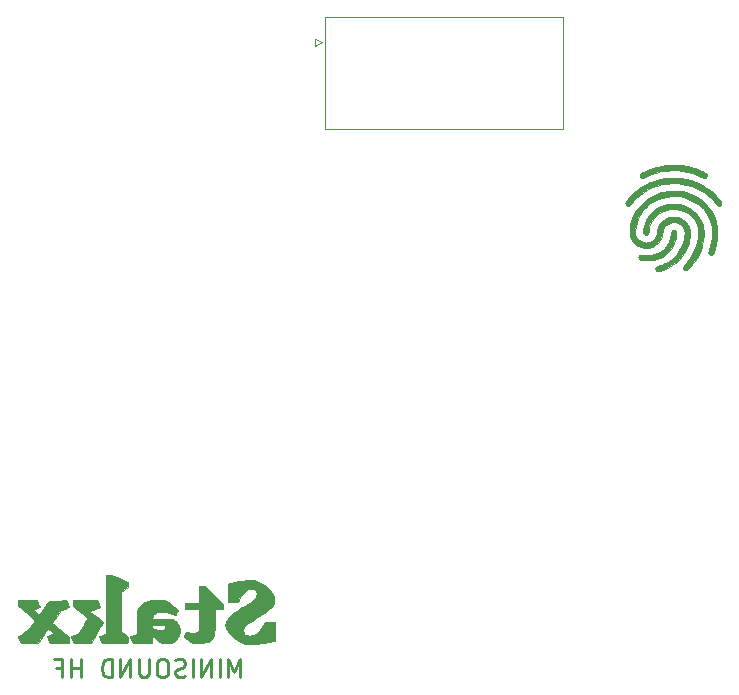
<source format=gbo>
G04 #@! TF.GenerationSoftware,KiCad,Pcbnew,(5.1.9)-1*
G04 #@! TF.CreationDate,2021-05-25T00:15:51+02:00*
G04 #@! TF.ProjectId,HF,48462e6b-6963-4616-945f-706362585858,rev?*
G04 #@! TF.SameCoordinates,Original*
G04 #@! TF.FileFunction,Legend,Bot*
G04 #@! TF.FilePolarity,Positive*
%FSLAX46Y46*%
G04 Gerber Fmt 4.6, Leading zero omitted, Abs format (unit mm)*
G04 Created by KiCad (PCBNEW (5.1.9)-1) date 2021-05-25 00:15:51*
%MOMM*%
%LPD*%
G01*
G04 APERTURE LIST*
%ADD10C,0.220000*%
%ADD11C,0.010000*%
%ADD12C,0.120000*%
%ADD13C,2.400000*%
%ADD14O,3.600000X2.100000*%
%ADD15O,2.400000X2.400000*%
%ADD16C,2.010000*%
G04 APERTURE END LIST*
D10*
X70531428Y-76448571D02*
X70531428Y-74948571D01*
X70031428Y-76020000D01*
X69531428Y-74948571D01*
X69531428Y-76448571D01*
X68817142Y-76448571D02*
X68817142Y-74948571D01*
X68102857Y-76448571D02*
X68102857Y-74948571D01*
X67245714Y-76448571D01*
X67245714Y-74948571D01*
X66531428Y-76448571D02*
X66531428Y-74948571D01*
X65888571Y-76377142D02*
X65674285Y-76448571D01*
X65317142Y-76448571D01*
X65174285Y-76377142D01*
X65102857Y-76305714D01*
X65031428Y-76162857D01*
X65031428Y-76020000D01*
X65102857Y-75877142D01*
X65174285Y-75805714D01*
X65317142Y-75734285D01*
X65602857Y-75662857D01*
X65745714Y-75591428D01*
X65817142Y-75520000D01*
X65888571Y-75377142D01*
X65888571Y-75234285D01*
X65817142Y-75091428D01*
X65745714Y-75020000D01*
X65602857Y-74948571D01*
X65245714Y-74948571D01*
X65031428Y-75020000D01*
X64102857Y-74948571D02*
X63817142Y-74948571D01*
X63674285Y-75020000D01*
X63531428Y-75162857D01*
X63460000Y-75448571D01*
X63460000Y-75948571D01*
X63531428Y-76234285D01*
X63674285Y-76377142D01*
X63817142Y-76448571D01*
X64102857Y-76448571D01*
X64245714Y-76377142D01*
X64388571Y-76234285D01*
X64460000Y-75948571D01*
X64460000Y-75448571D01*
X64388571Y-75162857D01*
X64245714Y-75020000D01*
X64102857Y-74948571D01*
X62817142Y-74948571D02*
X62817142Y-76162857D01*
X62745714Y-76305714D01*
X62674285Y-76377142D01*
X62531428Y-76448571D01*
X62245714Y-76448571D01*
X62102857Y-76377142D01*
X62031428Y-76305714D01*
X61960000Y-76162857D01*
X61960000Y-74948571D01*
X61245714Y-76448571D02*
X61245714Y-74948571D01*
X60388571Y-76448571D01*
X60388571Y-74948571D01*
X59674285Y-76448571D02*
X59674285Y-74948571D01*
X59317142Y-74948571D01*
X59102857Y-75020000D01*
X58960000Y-75162857D01*
X58888571Y-75305714D01*
X58817142Y-75591428D01*
X58817142Y-75805714D01*
X58888571Y-76091428D01*
X58960000Y-76234285D01*
X59102857Y-76377142D01*
X59317142Y-76448571D01*
X59674285Y-76448571D01*
X57031428Y-76448571D02*
X57031428Y-74948571D01*
X57031428Y-75662857D02*
X56174285Y-75662857D01*
X56174285Y-76448571D02*
X56174285Y-74948571D01*
X54960000Y-75662857D02*
X55460000Y-75662857D01*
X55460000Y-76448571D02*
X55460000Y-74948571D01*
X54745714Y-74948571D01*
D11*
G36*
X106775014Y-35277821D02*
G01*
X106377542Y-35345518D01*
X106161666Y-35399634D01*
X105796852Y-35522712D01*
X105450352Y-35681627D01*
X105124504Y-35873923D01*
X104821645Y-36097144D01*
X104544114Y-36348832D01*
X104294249Y-36626531D01*
X104074388Y-36927784D01*
X103886869Y-37250135D01*
X103734030Y-37591126D01*
X103618209Y-37948302D01*
X103578793Y-38113636D01*
X103553196Y-38261808D01*
X103534569Y-38426284D01*
X103523274Y-38596479D01*
X103519677Y-38761807D01*
X103524138Y-38911683D01*
X103537023Y-39035522D01*
X103545646Y-39079852D01*
X103610396Y-39270142D01*
X103710762Y-39456305D01*
X103840229Y-39630082D01*
X103992283Y-39783212D01*
X104160409Y-39907437D01*
X104229140Y-39946377D01*
X104455681Y-40041327D01*
X104687695Y-40096409D01*
X104920882Y-40112704D01*
X105150943Y-40091291D01*
X105373576Y-40033248D01*
X105584483Y-39939654D01*
X105779362Y-39811590D01*
X105953915Y-39650134D01*
X106088327Y-39479762D01*
X106179675Y-39316615D01*
X106243728Y-39134833D01*
X106283045Y-38926580D01*
X106289945Y-38862740D01*
X106308043Y-38704622D01*
X106331383Y-38578941D01*
X106362995Y-38475859D01*
X106405912Y-38385535D01*
X106463167Y-38298130D01*
X106464504Y-38296311D01*
X106594076Y-38154808D01*
X106748879Y-38043967D01*
X106922688Y-37966117D01*
X107109281Y-37923583D01*
X107302437Y-37918695D01*
X107426691Y-37936411D01*
X107621389Y-37996871D01*
X107791203Y-38089475D01*
X107933432Y-38211596D01*
X108045373Y-38360605D01*
X108124325Y-38533875D01*
X108153728Y-38643442D01*
X108165349Y-38715154D01*
X108170007Y-38791557D01*
X108167771Y-38884234D01*
X108158710Y-39004769D01*
X108156043Y-39033685D01*
X108103525Y-39386116D01*
X108014074Y-39718154D01*
X107887159Y-40030885D01*
X107722247Y-40325400D01*
X107518808Y-40602785D01*
X107276309Y-40864128D01*
X107248392Y-40890842D01*
X107016213Y-41091917D01*
X106775254Y-41261864D01*
X106516701Y-41405847D01*
X106231739Y-41529028D01*
X106048022Y-41593917D01*
X105948244Y-41627833D01*
X105861613Y-41659421D01*
X105796970Y-41685310D01*
X105763156Y-41702129D01*
X105762044Y-41702984D01*
X105733492Y-41739079D01*
X105704566Y-41793311D01*
X105702262Y-41798690D01*
X105686684Y-41886973D01*
X105708683Y-41974033D01*
X105764893Y-42047884D01*
X105774470Y-42055836D01*
X105826184Y-42084082D01*
X105891704Y-42094910D01*
X105976877Y-42087799D01*
X106087545Y-42062225D01*
X106229554Y-42017664D01*
X106239677Y-42014212D01*
X106554749Y-41893158D01*
X106840353Y-41754190D01*
X107107729Y-41591000D01*
X107368118Y-41397284D01*
X107429000Y-41347079D01*
X107701651Y-41091489D01*
X107942526Y-40809893D01*
X108149565Y-40505304D01*
X108320706Y-40180735D01*
X108447971Y-39857210D01*
X108504734Y-39677384D01*
X108546320Y-39521345D01*
X108575387Y-39374486D01*
X108594594Y-39222203D01*
X108606599Y-39049888D01*
X108610215Y-38965834D01*
X108614353Y-38799202D01*
X108611813Y-38664803D01*
X108600953Y-38552834D01*
X108580132Y-38453494D01*
X108547709Y-38356983D01*
X108502041Y-38253500D01*
X108485087Y-38218773D01*
X108368954Y-38030885D01*
X108219119Y-37862421D01*
X108041489Y-37717864D01*
X107841970Y-37601698D01*
X107626469Y-37518405D01*
X107529602Y-37493647D01*
X107296265Y-37463927D01*
X107063794Y-37473711D01*
X106837212Y-37520763D01*
X106621539Y-37602846D01*
X106421795Y-37717726D01*
X106243003Y-37863165D01*
X106090181Y-38036928D01*
X106001344Y-38174226D01*
X105947023Y-38289904D01*
X105900005Y-38425354D01*
X105864837Y-38564339D01*
X105846067Y-38690626D01*
X105844166Y-38735344D01*
X105824568Y-38927233D01*
X105768608Y-39103934D01*
X105680540Y-39262198D01*
X105564618Y-39398777D01*
X105425094Y-39510422D01*
X105266223Y-39593885D01*
X105092257Y-39645916D01*
X104907450Y-39663266D01*
X104716056Y-39642689D01*
X104670296Y-39631923D01*
X104475770Y-39561815D01*
X104310126Y-39461692D01*
X104175095Y-39334016D01*
X104072408Y-39181254D01*
X104003795Y-39005869D01*
X103970988Y-38810326D01*
X103971935Y-38637750D01*
X104018637Y-38272902D01*
X104101211Y-37930017D01*
X104220440Y-37607374D01*
X104377108Y-37303252D01*
X104571998Y-37015931D01*
X104805895Y-36743688D01*
X104859196Y-36689120D01*
X104956864Y-36594905D01*
X105061571Y-36500062D01*
X105162259Y-36414241D01*
X105247870Y-36347092D01*
X105266294Y-36333883D01*
X105589661Y-36133384D01*
X105928604Y-35971224D01*
X106280085Y-35847849D01*
X106641066Y-35763701D01*
X107008508Y-35719226D01*
X107379373Y-35714869D01*
X107750624Y-35751072D01*
X108119221Y-35828281D01*
X108317527Y-35887656D01*
X108659583Y-36021620D01*
X108978649Y-36187579D01*
X109272711Y-36383254D01*
X109539756Y-36606367D01*
X109777768Y-36854638D01*
X109984734Y-37125788D01*
X110158639Y-37417537D01*
X110297469Y-37727608D01*
X110399211Y-38053721D01*
X110448668Y-38299084D01*
X110463968Y-38436296D01*
X110473021Y-38604008D01*
X110476022Y-38790879D01*
X110473170Y-38985569D01*
X110464659Y-39176737D01*
X110450687Y-39353044D01*
X110431449Y-39503147D01*
X110427399Y-39526750D01*
X110394624Y-39687938D01*
X110351641Y-39869092D01*
X110302746Y-40053793D01*
X110252233Y-40225620D01*
X110215022Y-40338587D01*
X110187207Y-40423074D01*
X110174154Y-40481315D01*
X110174122Y-40526049D01*
X110183954Y-40565798D01*
X110229725Y-40647474D01*
X110297927Y-40700912D01*
X110378853Y-40723426D01*
X110462796Y-40712329D01*
X110540051Y-40664937D01*
X110540559Y-40664459D01*
X110588298Y-40600274D01*
X110637670Y-40499165D01*
X110687365Y-40366438D01*
X110736070Y-40207401D01*
X110782473Y-40027359D01*
X110825263Y-39831620D01*
X110863129Y-39625489D01*
X110894759Y-39414275D01*
X110918841Y-39203282D01*
X110927764Y-39097869D01*
X110938343Y-38697014D01*
X110909725Y-38311847D01*
X110841996Y-37942613D01*
X110735243Y-37589560D01*
X110589553Y-37252937D01*
X110405013Y-36932989D01*
X110181709Y-36629964D01*
X109983481Y-36408401D01*
X109691341Y-36136462D01*
X109376973Y-35899481D01*
X109043007Y-35698155D01*
X108692074Y-35533176D01*
X108326807Y-35405241D01*
X107949836Y-35315043D01*
X107563792Y-35263278D01*
X107171308Y-35250639D01*
X106775014Y-35277821D01*
G37*
X106775014Y-35277821D02*
X106377542Y-35345518D01*
X106161666Y-35399634D01*
X105796852Y-35522712D01*
X105450352Y-35681627D01*
X105124504Y-35873923D01*
X104821645Y-36097144D01*
X104544114Y-36348832D01*
X104294249Y-36626531D01*
X104074388Y-36927784D01*
X103886869Y-37250135D01*
X103734030Y-37591126D01*
X103618209Y-37948302D01*
X103578793Y-38113636D01*
X103553196Y-38261808D01*
X103534569Y-38426284D01*
X103523274Y-38596479D01*
X103519677Y-38761807D01*
X103524138Y-38911683D01*
X103537023Y-39035522D01*
X103545646Y-39079852D01*
X103610396Y-39270142D01*
X103710762Y-39456305D01*
X103840229Y-39630082D01*
X103992283Y-39783212D01*
X104160409Y-39907437D01*
X104229140Y-39946377D01*
X104455681Y-40041327D01*
X104687695Y-40096409D01*
X104920882Y-40112704D01*
X105150943Y-40091291D01*
X105373576Y-40033248D01*
X105584483Y-39939654D01*
X105779362Y-39811590D01*
X105953915Y-39650134D01*
X106088327Y-39479762D01*
X106179675Y-39316615D01*
X106243728Y-39134833D01*
X106283045Y-38926580D01*
X106289945Y-38862740D01*
X106308043Y-38704622D01*
X106331383Y-38578941D01*
X106362995Y-38475859D01*
X106405912Y-38385535D01*
X106463167Y-38298130D01*
X106464504Y-38296311D01*
X106594076Y-38154808D01*
X106748879Y-38043967D01*
X106922688Y-37966117D01*
X107109281Y-37923583D01*
X107302437Y-37918695D01*
X107426691Y-37936411D01*
X107621389Y-37996871D01*
X107791203Y-38089475D01*
X107933432Y-38211596D01*
X108045373Y-38360605D01*
X108124325Y-38533875D01*
X108153728Y-38643442D01*
X108165349Y-38715154D01*
X108170007Y-38791557D01*
X108167771Y-38884234D01*
X108158710Y-39004769D01*
X108156043Y-39033685D01*
X108103525Y-39386116D01*
X108014074Y-39718154D01*
X107887159Y-40030885D01*
X107722247Y-40325400D01*
X107518808Y-40602785D01*
X107276309Y-40864128D01*
X107248392Y-40890842D01*
X107016213Y-41091917D01*
X106775254Y-41261864D01*
X106516701Y-41405847D01*
X106231739Y-41529028D01*
X106048022Y-41593917D01*
X105948244Y-41627833D01*
X105861613Y-41659421D01*
X105796970Y-41685310D01*
X105763156Y-41702129D01*
X105762044Y-41702984D01*
X105733492Y-41739079D01*
X105704566Y-41793311D01*
X105702262Y-41798690D01*
X105686684Y-41886973D01*
X105708683Y-41974033D01*
X105764893Y-42047884D01*
X105774470Y-42055836D01*
X105826184Y-42084082D01*
X105891704Y-42094910D01*
X105976877Y-42087799D01*
X106087545Y-42062225D01*
X106229554Y-42017664D01*
X106239677Y-42014212D01*
X106554749Y-41893158D01*
X106840353Y-41754190D01*
X107107729Y-41591000D01*
X107368118Y-41397284D01*
X107429000Y-41347079D01*
X107701651Y-41091489D01*
X107942526Y-40809893D01*
X108149565Y-40505304D01*
X108320706Y-40180735D01*
X108447971Y-39857210D01*
X108504734Y-39677384D01*
X108546320Y-39521345D01*
X108575387Y-39374486D01*
X108594594Y-39222203D01*
X108606599Y-39049888D01*
X108610215Y-38965834D01*
X108614353Y-38799202D01*
X108611813Y-38664803D01*
X108600953Y-38552834D01*
X108580132Y-38453494D01*
X108547709Y-38356983D01*
X108502041Y-38253500D01*
X108485087Y-38218773D01*
X108368954Y-38030885D01*
X108219119Y-37862421D01*
X108041489Y-37717864D01*
X107841970Y-37601698D01*
X107626469Y-37518405D01*
X107529602Y-37493647D01*
X107296265Y-37463927D01*
X107063794Y-37473711D01*
X106837212Y-37520763D01*
X106621539Y-37602846D01*
X106421795Y-37717726D01*
X106243003Y-37863165D01*
X106090181Y-38036928D01*
X106001344Y-38174226D01*
X105947023Y-38289904D01*
X105900005Y-38425354D01*
X105864837Y-38564339D01*
X105846067Y-38690626D01*
X105844166Y-38735344D01*
X105824568Y-38927233D01*
X105768608Y-39103934D01*
X105680540Y-39262198D01*
X105564618Y-39398777D01*
X105425094Y-39510422D01*
X105266223Y-39593885D01*
X105092257Y-39645916D01*
X104907450Y-39663266D01*
X104716056Y-39642689D01*
X104670296Y-39631923D01*
X104475770Y-39561815D01*
X104310126Y-39461692D01*
X104175095Y-39334016D01*
X104072408Y-39181254D01*
X104003795Y-39005869D01*
X103970988Y-38810326D01*
X103971935Y-38637750D01*
X104018637Y-38272902D01*
X104101211Y-37930017D01*
X104220440Y-37607374D01*
X104377108Y-37303252D01*
X104571998Y-37015931D01*
X104805895Y-36743688D01*
X104859196Y-36689120D01*
X104956864Y-36594905D01*
X105061571Y-36500062D01*
X105162259Y-36414241D01*
X105247870Y-36347092D01*
X105266294Y-36333883D01*
X105589661Y-36133384D01*
X105928604Y-35971224D01*
X106280085Y-35847849D01*
X106641066Y-35763701D01*
X107008508Y-35719226D01*
X107379373Y-35714869D01*
X107750624Y-35751072D01*
X108119221Y-35828281D01*
X108317527Y-35887656D01*
X108659583Y-36021620D01*
X108978649Y-36187579D01*
X109272711Y-36383254D01*
X109539756Y-36606367D01*
X109777768Y-36854638D01*
X109984734Y-37125788D01*
X110158639Y-37417537D01*
X110297469Y-37727608D01*
X110399211Y-38053721D01*
X110448668Y-38299084D01*
X110463968Y-38436296D01*
X110473021Y-38604008D01*
X110476022Y-38790879D01*
X110473170Y-38985569D01*
X110464659Y-39176737D01*
X110450687Y-39353044D01*
X110431449Y-39503147D01*
X110427399Y-39526750D01*
X110394624Y-39687938D01*
X110351641Y-39869092D01*
X110302746Y-40053793D01*
X110252233Y-40225620D01*
X110215022Y-40338587D01*
X110187207Y-40423074D01*
X110174154Y-40481315D01*
X110174122Y-40526049D01*
X110183954Y-40565798D01*
X110229725Y-40647474D01*
X110297927Y-40700912D01*
X110378853Y-40723426D01*
X110462796Y-40712329D01*
X110540051Y-40664937D01*
X110540559Y-40664459D01*
X110588298Y-40600274D01*
X110637670Y-40499165D01*
X110687365Y-40366438D01*
X110736070Y-40207401D01*
X110782473Y-40027359D01*
X110825263Y-39831620D01*
X110863129Y-39625489D01*
X110894759Y-39414275D01*
X110918841Y-39203282D01*
X110927764Y-39097869D01*
X110938343Y-38697014D01*
X110909725Y-38311847D01*
X110841996Y-37942613D01*
X110735243Y-37589560D01*
X110589553Y-37252937D01*
X110405013Y-36932989D01*
X110181709Y-36629964D01*
X109983481Y-36408401D01*
X109691341Y-36136462D01*
X109376973Y-35899481D01*
X109043007Y-35698155D01*
X108692074Y-35533176D01*
X108326807Y-35405241D01*
X107949836Y-35315043D01*
X107563792Y-35263278D01*
X107171308Y-35250639D01*
X106775014Y-35277821D01*
G36*
X106989326Y-36370255D02*
G01*
X106829660Y-36384851D01*
X106769363Y-36393900D01*
X106452788Y-36469414D01*
X106149712Y-36582073D01*
X105864539Y-36729431D01*
X105601672Y-36909042D01*
X105365518Y-37118460D01*
X105260379Y-37231801D01*
X105063510Y-37487917D01*
X104906580Y-37757345D01*
X104788758Y-38041995D01*
X104709215Y-38343779D01*
X104674392Y-38580398D01*
X104664315Y-38686324D01*
X104659821Y-38759858D01*
X104661338Y-38810626D01*
X104669296Y-38848253D01*
X104684124Y-38882366D01*
X104688207Y-38890087D01*
X104749263Y-38965573D01*
X104827477Y-39007705D01*
X104913497Y-39014960D01*
X104997971Y-38985817D01*
X105045955Y-38948315D01*
X105075732Y-38915649D01*
X105095583Y-38882217D01*
X105108571Y-38837583D01*
X105117760Y-38771312D01*
X105126009Y-38675617D01*
X105137211Y-38565972D01*
X105153124Y-38453783D01*
X105170936Y-38357924D01*
X105177535Y-38330025D01*
X105266415Y-38068104D01*
X105391003Y-37824433D01*
X105547776Y-37601354D01*
X105733211Y-37401210D01*
X105943785Y-37226343D01*
X106175973Y-37079098D01*
X106426254Y-36961815D01*
X106691104Y-36876838D01*
X106967000Y-36826510D01*
X107250419Y-36813172D01*
X107439767Y-36825758D01*
X107743663Y-36878004D01*
X108023432Y-36964283D01*
X108281762Y-37085872D01*
X108521342Y-37244050D01*
X108744861Y-37440091D01*
X108755270Y-37450514D01*
X108942402Y-37664493D01*
X109090342Y-37891081D01*
X109200166Y-38132955D01*
X109272951Y-38392796D01*
X109309775Y-38673284D01*
X109315087Y-38843233D01*
X109295520Y-39230938D01*
X109237693Y-39604831D01*
X109141035Y-39966251D01*
X109004971Y-40316539D01*
X108828931Y-40657036D01*
X108612342Y-40989083D01*
X108354631Y-41314020D01*
X108177040Y-41509262D01*
X108090717Y-41605903D01*
X108035650Y-41684745D01*
X108008819Y-41752836D01*
X108007204Y-41817224D01*
X108022095Y-41870949D01*
X108062867Y-41929241D01*
X108128580Y-41979082D01*
X108201950Y-42009001D01*
X108236000Y-42012907D01*
X108294278Y-42002030D01*
X108346105Y-41981094D01*
X108387087Y-41949865D01*
X108448845Y-41891482D01*
X108525939Y-41812031D01*
X108612928Y-41717597D01*
X108704374Y-41614265D01*
X108794837Y-41508123D01*
X108878877Y-41405254D01*
X108951054Y-41311746D01*
X108979600Y-41272380D01*
X109194932Y-40940080D01*
X109378079Y-40600221D01*
X109525902Y-40259139D01*
X109619043Y-39981302D01*
X109671751Y-39770102D01*
X109714953Y-39538793D01*
X109747592Y-39298104D01*
X109768610Y-39058764D01*
X109776949Y-38831503D01*
X109771550Y-38627048D01*
X109762333Y-38528132D01*
X109703651Y-38220448D01*
X109606864Y-37927318D01*
X109474463Y-37651280D01*
X109308936Y-37394875D01*
X109112771Y-37160641D01*
X108888459Y-36951119D01*
X108638487Y-36768848D01*
X108365346Y-36616368D01*
X108071523Y-36496218D01*
X107759507Y-36410938D01*
X107670637Y-36393900D01*
X107524443Y-36375685D01*
X107351983Y-36365672D01*
X107168523Y-36363862D01*
X106989326Y-36370255D01*
G37*
X106989326Y-36370255D02*
X106829660Y-36384851D01*
X106769363Y-36393900D01*
X106452788Y-36469414D01*
X106149712Y-36582073D01*
X105864539Y-36729431D01*
X105601672Y-36909042D01*
X105365518Y-37118460D01*
X105260379Y-37231801D01*
X105063510Y-37487917D01*
X104906580Y-37757345D01*
X104788758Y-38041995D01*
X104709215Y-38343779D01*
X104674392Y-38580398D01*
X104664315Y-38686324D01*
X104659821Y-38759858D01*
X104661338Y-38810626D01*
X104669296Y-38848253D01*
X104684124Y-38882366D01*
X104688207Y-38890087D01*
X104749263Y-38965573D01*
X104827477Y-39007705D01*
X104913497Y-39014960D01*
X104997971Y-38985817D01*
X105045955Y-38948315D01*
X105075732Y-38915649D01*
X105095583Y-38882217D01*
X105108571Y-38837583D01*
X105117760Y-38771312D01*
X105126009Y-38675617D01*
X105137211Y-38565972D01*
X105153124Y-38453783D01*
X105170936Y-38357924D01*
X105177535Y-38330025D01*
X105266415Y-38068104D01*
X105391003Y-37824433D01*
X105547776Y-37601354D01*
X105733211Y-37401210D01*
X105943785Y-37226343D01*
X106175973Y-37079098D01*
X106426254Y-36961815D01*
X106691104Y-36876838D01*
X106967000Y-36826510D01*
X107250419Y-36813172D01*
X107439767Y-36825758D01*
X107743663Y-36878004D01*
X108023432Y-36964283D01*
X108281762Y-37085872D01*
X108521342Y-37244050D01*
X108744861Y-37440091D01*
X108755270Y-37450514D01*
X108942402Y-37664493D01*
X109090342Y-37891081D01*
X109200166Y-38132955D01*
X109272951Y-38392796D01*
X109309775Y-38673284D01*
X109315087Y-38843233D01*
X109295520Y-39230938D01*
X109237693Y-39604831D01*
X109141035Y-39966251D01*
X109004971Y-40316539D01*
X108828931Y-40657036D01*
X108612342Y-40989083D01*
X108354631Y-41314020D01*
X108177040Y-41509262D01*
X108090717Y-41605903D01*
X108035650Y-41684745D01*
X108008819Y-41752836D01*
X108007204Y-41817224D01*
X108022095Y-41870949D01*
X108062867Y-41929241D01*
X108128580Y-41979082D01*
X108201950Y-42009001D01*
X108236000Y-42012907D01*
X108294278Y-42002030D01*
X108346105Y-41981094D01*
X108387087Y-41949865D01*
X108448845Y-41891482D01*
X108525939Y-41812031D01*
X108612928Y-41717597D01*
X108704374Y-41614265D01*
X108794837Y-41508123D01*
X108878877Y-41405254D01*
X108951054Y-41311746D01*
X108979600Y-41272380D01*
X109194932Y-40940080D01*
X109378079Y-40600221D01*
X109525902Y-40259139D01*
X109619043Y-39981302D01*
X109671751Y-39770102D01*
X109714953Y-39538793D01*
X109747592Y-39298104D01*
X109768610Y-39058764D01*
X109776949Y-38831503D01*
X109771550Y-38627048D01*
X109762333Y-38528132D01*
X109703651Y-38220448D01*
X109606864Y-37927318D01*
X109474463Y-37651280D01*
X109308936Y-37394875D01*
X109112771Y-37160641D01*
X108888459Y-36951119D01*
X108638487Y-36768848D01*
X108365346Y-36616368D01*
X108071523Y-36496218D01*
X107759507Y-36410938D01*
X107670637Y-36393900D01*
X107524443Y-36375685D01*
X107351983Y-36365672D01*
X107168523Y-36363862D01*
X106989326Y-36370255D01*
G36*
X107150480Y-38588613D02*
G01*
X107120757Y-38604978D01*
X107064827Y-38657324D01*
X107028832Y-38736551D01*
X107011070Y-38847529D01*
X107008451Y-38926078D01*
X106998395Y-39044506D01*
X106970765Y-39186799D01*
X106929066Y-39340110D01*
X106876800Y-39491591D01*
X106817471Y-39628394D01*
X106816261Y-39630842D01*
X106679419Y-39862344D01*
X106510136Y-40074199D01*
X106313736Y-40261952D01*
X106095544Y-40421152D01*
X105860885Y-40547344D01*
X105615085Y-40636074D01*
X105613935Y-40636389D01*
X105332273Y-40692792D01*
X105036938Y-40712747D01*
X104772217Y-40699557D01*
X104645043Y-40686675D01*
X104552337Y-40678933D01*
X104486542Y-40676388D01*
X104440098Y-40679094D01*
X104405448Y-40687106D01*
X104375033Y-40700482D01*
X104371213Y-40702501D01*
X104324703Y-40744846D01*
X104283894Y-40810178D01*
X104259510Y-40879449D01*
X104256746Y-40905782D01*
X104272604Y-40965453D01*
X104311841Y-41030661D01*
X104362266Y-41083996D01*
X104395735Y-41104231D01*
X104489266Y-41129810D01*
X104615780Y-41149846D01*
X104766214Y-41163711D01*
X104931505Y-41170780D01*
X105102588Y-41170424D01*
X105251500Y-41163419D01*
X105556438Y-41121434D01*
X105848728Y-41041255D01*
X106125621Y-40925655D01*
X106384366Y-40777404D01*
X106622215Y-40599274D01*
X106836417Y-40394035D01*
X107024222Y-40164460D01*
X107182882Y-39913320D01*
X107309647Y-39643385D01*
X107401766Y-39357428D01*
X107456490Y-39058220D01*
X107467631Y-38929807D01*
X107480263Y-38713864D01*
X107405165Y-38638765D01*
X107324523Y-38580129D01*
X107240445Y-38563508D01*
X107150480Y-38588613D01*
G37*
X107150480Y-38588613D02*
X107120757Y-38604978D01*
X107064827Y-38657324D01*
X107028832Y-38736551D01*
X107011070Y-38847529D01*
X107008451Y-38926078D01*
X106998395Y-39044506D01*
X106970765Y-39186799D01*
X106929066Y-39340110D01*
X106876800Y-39491591D01*
X106817471Y-39628394D01*
X106816261Y-39630842D01*
X106679419Y-39862344D01*
X106510136Y-40074199D01*
X106313736Y-40261952D01*
X106095544Y-40421152D01*
X105860885Y-40547344D01*
X105615085Y-40636074D01*
X105613935Y-40636389D01*
X105332273Y-40692792D01*
X105036938Y-40712747D01*
X104772217Y-40699557D01*
X104645043Y-40686675D01*
X104552337Y-40678933D01*
X104486542Y-40676388D01*
X104440098Y-40679094D01*
X104405448Y-40687106D01*
X104375033Y-40700482D01*
X104371213Y-40702501D01*
X104324703Y-40744846D01*
X104283894Y-40810178D01*
X104259510Y-40879449D01*
X104256746Y-40905782D01*
X104272604Y-40965453D01*
X104311841Y-41030661D01*
X104362266Y-41083996D01*
X104395735Y-41104231D01*
X104489266Y-41129810D01*
X104615780Y-41149846D01*
X104766214Y-41163711D01*
X104931505Y-41170780D01*
X105102588Y-41170424D01*
X105251500Y-41163419D01*
X105556438Y-41121434D01*
X105848728Y-41041255D01*
X106125621Y-40925655D01*
X106384366Y-40777404D01*
X106622215Y-40599274D01*
X106836417Y-40394035D01*
X107024222Y-40164460D01*
X107182882Y-39913320D01*
X107309647Y-39643385D01*
X107401766Y-39357428D01*
X107456490Y-39058220D01*
X107467631Y-38929807D01*
X107480263Y-38713864D01*
X107405165Y-38638765D01*
X107324523Y-38580129D01*
X107240445Y-38563508D01*
X107150480Y-38588613D01*
G36*
X106864003Y-34190221D02*
G01*
X106679068Y-34202372D01*
X106585000Y-34212641D01*
X106115429Y-34293251D01*
X105668953Y-34409254D01*
X105245236Y-34560785D01*
X104843943Y-34747978D01*
X104464741Y-34970967D01*
X104168812Y-35181573D01*
X104032104Y-35292494D01*
X103893165Y-35415026D01*
X103755789Y-35544933D01*
X103623765Y-35677983D01*
X103500887Y-35809940D01*
X103390946Y-35936570D01*
X103297733Y-36053640D01*
X103225040Y-36156914D01*
X103176660Y-36242158D01*
X103156383Y-36305139D01*
X103156000Y-36312595D01*
X103174521Y-36396352D01*
X103222782Y-36472958D01*
X103282307Y-36520725D01*
X103350921Y-36547999D01*
X103413263Y-36551738D01*
X103474924Y-36529024D01*
X103541493Y-36476935D01*
X103618561Y-36392551D01*
X103682573Y-36311623D01*
X103811697Y-36153953D01*
X103964482Y-35986260D01*
X104128738Y-35821033D01*
X104292273Y-35670763D01*
X104380468Y-35596609D01*
X104712628Y-35355173D01*
X105067207Y-35147792D01*
X105440963Y-34974850D01*
X105830656Y-34836732D01*
X106233042Y-34733821D01*
X106644883Y-34666503D01*
X107062935Y-34635161D01*
X107483958Y-34640179D01*
X107904711Y-34681943D01*
X108321952Y-34760837D01*
X108732440Y-34877245D01*
X109132934Y-35031550D01*
X109135583Y-35032716D01*
X109467995Y-35199533D01*
X109792343Y-35401981D01*
X110101103Y-35634197D01*
X110386751Y-35890316D01*
X110641761Y-36164475D01*
X110733666Y-36278089D01*
X110813042Y-36379863D01*
X110872483Y-36452791D01*
X110917744Y-36501676D01*
X110954579Y-36531319D01*
X110988743Y-36546523D01*
X111025990Y-36552091D01*
X111062879Y-36552834D01*
X111131913Y-36547585D01*
X111180442Y-36526038D01*
X111222591Y-36487095D01*
X111261904Y-36435433D01*
X111282248Y-36381166D01*
X111281946Y-36320445D01*
X111259323Y-36249423D01*
X111212704Y-36164252D01*
X111140413Y-36061084D01*
X111040776Y-35936072D01*
X110922003Y-35796719D01*
X110618768Y-35479861D01*
X110289119Y-35195983D01*
X109933442Y-34945296D01*
X109552126Y-34728013D01*
X109145556Y-34544344D01*
X108714119Y-34394500D01*
X108258201Y-34278692D01*
X108077250Y-34243409D01*
X107916898Y-34220650D01*
X107725352Y-34203151D01*
X107513450Y-34191135D01*
X107292033Y-34184826D01*
X107071937Y-34184447D01*
X106864003Y-34190221D01*
G37*
X106864003Y-34190221D02*
X106679068Y-34202372D01*
X106585000Y-34212641D01*
X106115429Y-34293251D01*
X105668953Y-34409254D01*
X105245236Y-34560785D01*
X104843943Y-34747978D01*
X104464741Y-34970967D01*
X104168812Y-35181573D01*
X104032104Y-35292494D01*
X103893165Y-35415026D01*
X103755789Y-35544933D01*
X103623765Y-35677983D01*
X103500887Y-35809940D01*
X103390946Y-35936570D01*
X103297733Y-36053640D01*
X103225040Y-36156914D01*
X103176660Y-36242158D01*
X103156383Y-36305139D01*
X103156000Y-36312595D01*
X103174521Y-36396352D01*
X103222782Y-36472958D01*
X103282307Y-36520725D01*
X103350921Y-36547999D01*
X103413263Y-36551738D01*
X103474924Y-36529024D01*
X103541493Y-36476935D01*
X103618561Y-36392551D01*
X103682573Y-36311623D01*
X103811697Y-36153953D01*
X103964482Y-35986260D01*
X104128738Y-35821033D01*
X104292273Y-35670763D01*
X104380468Y-35596609D01*
X104712628Y-35355173D01*
X105067207Y-35147792D01*
X105440963Y-34974850D01*
X105830656Y-34836732D01*
X106233042Y-34733821D01*
X106644883Y-34666503D01*
X107062935Y-34635161D01*
X107483958Y-34640179D01*
X107904711Y-34681943D01*
X108321952Y-34760837D01*
X108732440Y-34877245D01*
X109132934Y-35031550D01*
X109135583Y-35032716D01*
X109467995Y-35199533D01*
X109792343Y-35401981D01*
X110101103Y-35634197D01*
X110386751Y-35890316D01*
X110641761Y-36164475D01*
X110733666Y-36278089D01*
X110813042Y-36379863D01*
X110872483Y-36452791D01*
X110917744Y-36501676D01*
X110954579Y-36531319D01*
X110988743Y-36546523D01*
X111025990Y-36552091D01*
X111062879Y-36552834D01*
X111131913Y-36547585D01*
X111180442Y-36526038D01*
X111222591Y-36487095D01*
X111261904Y-36435433D01*
X111282248Y-36381166D01*
X111281946Y-36320445D01*
X111259323Y-36249423D01*
X111212704Y-36164252D01*
X111140413Y-36061084D01*
X111040776Y-35936072D01*
X110922003Y-35796719D01*
X110618768Y-35479861D01*
X110289119Y-35195983D01*
X109933442Y-34945296D01*
X109552126Y-34728013D01*
X109145556Y-34544344D01*
X108714119Y-34394500D01*
X108258201Y-34278692D01*
X108077250Y-34243409D01*
X107916898Y-34220650D01*
X107725352Y-34203151D01*
X107513450Y-34191135D01*
X107292033Y-34184826D01*
X107071937Y-34184447D01*
X106864003Y-34190221D01*
G36*
X107012165Y-33094101D02*
G01*
X106860989Y-33095184D01*
X106738465Y-33097307D01*
X106637754Y-33100877D01*
X106552016Y-33106299D01*
X106474409Y-33113981D01*
X106398095Y-33124327D01*
X106316232Y-33137743D01*
X106246333Y-33150201D01*
X105856987Y-33234418D01*
X105476260Y-33345293D01*
X105092750Y-33485665D01*
X104891967Y-33568192D01*
X104728723Y-33640463D01*
X104600090Y-33704650D01*
X104503138Y-33762923D01*
X104434941Y-33817456D01*
X104392567Y-33870420D01*
X104373091Y-33923986D01*
X104373581Y-33980328D01*
X104381301Y-34013285D01*
X104424966Y-34098936D01*
X104492279Y-34157456D01*
X104574800Y-34181862D01*
X104585407Y-34182167D01*
X104632954Y-34173119D01*
X104708148Y-34148385D01*
X104800956Y-34111583D01*
X104884177Y-34074462D01*
X105002904Y-34020199D01*
X105135224Y-33961926D01*
X105261266Y-33908308D01*
X105325583Y-33881986D01*
X105742959Y-33737305D01*
X106174350Y-33630802D01*
X106615840Y-33562304D01*
X107063512Y-33531641D01*
X107513449Y-33538643D01*
X107961734Y-33583138D01*
X108404451Y-33664957D01*
X108837682Y-33783928D01*
X109257511Y-33939880D01*
X109529973Y-34065283D01*
X109660212Y-34126795D01*
X109761652Y-34165500D01*
X109840666Y-34182154D01*
X109903627Y-34177511D01*
X109956906Y-34152326D01*
X109994461Y-34120295D01*
X110046875Y-34040431D01*
X110061743Y-33949111D01*
X110038151Y-33856103D01*
X110021968Y-33827014D01*
X109982173Y-33789226D01*
X109907424Y-33741311D01*
X109803234Y-33685573D01*
X109675116Y-33624313D01*
X109528582Y-33559836D01*
X109369147Y-33494442D01*
X109202323Y-33430436D01*
X109033624Y-33370120D01*
X108868562Y-33315796D01*
X108712651Y-33269767D01*
X108644905Y-33251857D01*
X108466987Y-33208154D01*
X108309848Y-33173112D01*
X108165176Y-33145820D01*
X108024662Y-33125370D01*
X107879996Y-33110852D01*
X107722867Y-33101357D01*
X107544965Y-33095976D01*
X107337981Y-33093800D01*
X107198833Y-33093652D01*
X107012165Y-33094101D01*
G37*
X107012165Y-33094101D02*
X106860989Y-33095184D01*
X106738465Y-33097307D01*
X106637754Y-33100877D01*
X106552016Y-33106299D01*
X106474409Y-33113981D01*
X106398095Y-33124327D01*
X106316232Y-33137743D01*
X106246333Y-33150201D01*
X105856987Y-33234418D01*
X105476260Y-33345293D01*
X105092750Y-33485665D01*
X104891967Y-33568192D01*
X104728723Y-33640463D01*
X104600090Y-33704650D01*
X104503138Y-33762923D01*
X104434941Y-33817456D01*
X104392567Y-33870420D01*
X104373091Y-33923986D01*
X104373581Y-33980328D01*
X104381301Y-34013285D01*
X104424966Y-34098936D01*
X104492279Y-34157456D01*
X104574800Y-34181862D01*
X104585407Y-34182167D01*
X104632954Y-34173119D01*
X104708148Y-34148385D01*
X104800956Y-34111583D01*
X104884177Y-34074462D01*
X105002904Y-34020199D01*
X105135224Y-33961926D01*
X105261266Y-33908308D01*
X105325583Y-33881986D01*
X105742959Y-33737305D01*
X106174350Y-33630802D01*
X106615840Y-33562304D01*
X107063512Y-33531641D01*
X107513449Y-33538643D01*
X107961734Y-33583138D01*
X108404451Y-33664957D01*
X108837682Y-33783928D01*
X109257511Y-33939880D01*
X109529973Y-34065283D01*
X109660212Y-34126795D01*
X109761652Y-34165500D01*
X109840666Y-34182154D01*
X109903627Y-34177511D01*
X109956906Y-34152326D01*
X109994461Y-34120295D01*
X110046875Y-34040431D01*
X110061743Y-33949111D01*
X110038151Y-33856103D01*
X110021968Y-33827014D01*
X109982173Y-33789226D01*
X109907424Y-33741311D01*
X109803234Y-33685573D01*
X109675116Y-33624313D01*
X109528582Y-33559836D01*
X109369147Y-33494442D01*
X109202323Y-33430436D01*
X109033624Y-33370120D01*
X108868562Y-33315796D01*
X108712651Y-33269767D01*
X108644905Y-33251857D01*
X108466987Y-33208154D01*
X108309848Y-33173112D01*
X108165176Y-33145820D01*
X108024662Y-33125370D01*
X107879996Y-33110852D01*
X107722867Y-33101357D01*
X107544965Y-33095976D01*
X107337981Y-33093800D01*
X107198833Y-33093652D01*
X107012165Y-33094101D01*
D12*
X97910000Y-30010000D02*
X77690000Y-30010000D01*
X76890000Y-23000000D02*
X77490000Y-22700000D01*
X77690000Y-20530000D02*
X97910000Y-20530000D01*
X77690000Y-30010000D02*
X77690000Y-20530000D01*
X97910000Y-20530000D02*
X97910000Y-30010000D01*
X77490000Y-22700000D02*
X76890000Y-22400000D01*
X76890000Y-22400000D02*
X76890000Y-23000000D01*
D11*
G36*
X71397152Y-68234550D02*
G01*
X71085268Y-68245729D01*
X70748614Y-68275953D01*
X70401153Y-68323185D01*
X70056850Y-68385392D01*
X69729667Y-68460538D01*
X69594678Y-68497192D01*
X69478923Y-68530316D01*
X69478923Y-70070590D01*
X70329354Y-70070590D01*
X70402738Y-69921762D01*
X70556922Y-69650072D01*
X70738229Y-69407933D01*
X70823947Y-69312869D01*
X70955689Y-69184347D01*
X71076759Y-69089512D01*
X71195821Y-69022421D01*
X71307448Y-68981130D01*
X71467321Y-68951037D01*
X71608312Y-68957807D01*
X71727325Y-68999386D01*
X71821265Y-69073719D01*
X71887035Y-69178751D01*
X71921542Y-69312429D01*
X71926104Y-69391717D01*
X71919823Y-69489985D01*
X71899541Y-69582703D01*
X71862618Y-69672381D01*
X71806417Y-69761530D01*
X71728301Y-69852659D01*
X71625631Y-69948278D01*
X71495771Y-70050898D01*
X71336083Y-70163029D01*
X71143928Y-70287181D01*
X70916670Y-70425864D01*
X70713645Y-70545562D01*
X70463901Y-70693372D01*
X70250172Y-70825110D01*
X70068667Y-70943688D01*
X69915598Y-71052014D01*
X69787176Y-71152997D01*
X69679611Y-71249548D01*
X69589114Y-71344574D01*
X69511895Y-71440986D01*
X69471141Y-71499530D01*
X69387446Y-71639835D01*
X69333475Y-71768179D01*
X69304307Y-71899884D01*
X69295039Y-72047828D01*
X69295839Y-72136584D01*
X69302395Y-72203812D01*
X69318629Y-72265291D01*
X69348465Y-72336805D01*
X69386309Y-72414966D01*
X69496842Y-72597579D01*
X69644580Y-72780086D01*
X69822886Y-72957657D01*
X70025122Y-73125465D01*
X70244651Y-73278681D01*
X70474833Y-73412475D01*
X70709032Y-73522020D01*
X70940610Y-73602486D01*
X71058496Y-73631380D01*
X71174223Y-73647961D01*
X71320586Y-73657774D01*
X71484591Y-73660463D01*
X71653245Y-73655671D01*
X71738906Y-73650069D01*
X72030067Y-73622893D01*
X72322546Y-73588164D01*
X72606348Y-73547389D01*
X72871481Y-73502073D01*
X73107951Y-73453723D01*
X73220945Y-73426695D01*
X73458698Y-73366171D01*
X73464492Y-72589301D01*
X73470286Y-71812430D01*
X72637826Y-71812430D01*
X72537790Y-71984597D01*
X72380692Y-72229384D01*
X72214371Y-72440392D01*
X72040951Y-72616253D01*
X71862556Y-72755598D01*
X71681308Y-72857060D01*
X71499332Y-72919270D01*
X71318751Y-72940859D01*
X71141690Y-72920459D01*
X71102054Y-72909793D01*
X70986484Y-72853625D01*
X70893474Y-72765807D01*
X70828142Y-72655187D01*
X70795608Y-72530618D01*
X70800989Y-72400948D01*
X70802811Y-72392387D01*
X70827023Y-72308456D01*
X70862951Y-72233574D01*
X70917281Y-72157572D01*
X70996699Y-72070282D01*
X71048671Y-72018479D01*
X71114863Y-71957297D01*
X71190445Y-71894690D01*
X71279822Y-71827678D01*
X71387397Y-71753279D01*
X71517575Y-71668513D01*
X71674759Y-71570399D01*
X71863354Y-71455957D01*
X72003489Y-71372222D01*
X72223655Y-71239841D01*
X72409674Y-71124548D01*
X72566418Y-71022887D01*
X72698761Y-70931404D01*
X72811575Y-70846641D01*
X72909733Y-70765145D01*
X72998108Y-70683458D01*
X73053866Y-70627322D01*
X73193530Y-70470737D01*
X73296948Y-70326027D01*
X73367463Y-70185641D01*
X73408417Y-70042028D01*
X73423152Y-69887636D01*
X73421377Y-69796997D01*
X73408552Y-69668999D01*
X73382353Y-69563205D01*
X73352469Y-69488755D01*
X73242685Y-69294058D01*
X73094984Y-69100857D01*
X72915411Y-68914070D01*
X72710013Y-68738617D01*
X72484836Y-68579418D01*
X72245928Y-68441391D01*
X71999334Y-68329457D01*
X71871198Y-68283560D01*
X71801471Y-68262926D01*
X71734687Y-68248829D01*
X71659934Y-68240140D01*
X71566302Y-68235732D01*
X71442878Y-68234477D01*
X71397152Y-68234550D01*
G37*
X71397152Y-68234550D02*
X71085268Y-68245729D01*
X70748614Y-68275953D01*
X70401153Y-68323185D01*
X70056850Y-68385392D01*
X69729667Y-68460538D01*
X69594678Y-68497192D01*
X69478923Y-68530316D01*
X69478923Y-70070590D01*
X70329354Y-70070590D01*
X70402738Y-69921762D01*
X70556922Y-69650072D01*
X70738229Y-69407933D01*
X70823947Y-69312869D01*
X70955689Y-69184347D01*
X71076759Y-69089512D01*
X71195821Y-69022421D01*
X71307448Y-68981130D01*
X71467321Y-68951037D01*
X71608312Y-68957807D01*
X71727325Y-68999386D01*
X71821265Y-69073719D01*
X71887035Y-69178751D01*
X71921542Y-69312429D01*
X71926104Y-69391717D01*
X71919823Y-69489985D01*
X71899541Y-69582703D01*
X71862618Y-69672381D01*
X71806417Y-69761530D01*
X71728301Y-69852659D01*
X71625631Y-69948278D01*
X71495771Y-70050898D01*
X71336083Y-70163029D01*
X71143928Y-70287181D01*
X70916670Y-70425864D01*
X70713645Y-70545562D01*
X70463901Y-70693372D01*
X70250172Y-70825110D01*
X70068667Y-70943688D01*
X69915598Y-71052014D01*
X69787176Y-71152997D01*
X69679611Y-71249548D01*
X69589114Y-71344574D01*
X69511895Y-71440986D01*
X69471141Y-71499530D01*
X69387446Y-71639835D01*
X69333475Y-71768179D01*
X69304307Y-71899884D01*
X69295039Y-72047828D01*
X69295839Y-72136584D01*
X69302395Y-72203812D01*
X69318629Y-72265291D01*
X69348465Y-72336805D01*
X69386309Y-72414966D01*
X69496842Y-72597579D01*
X69644580Y-72780086D01*
X69822886Y-72957657D01*
X70025122Y-73125465D01*
X70244651Y-73278681D01*
X70474833Y-73412475D01*
X70709032Y-73522020D01*
X70940610Y-73602486D01*
X71058496Y-73631380D01*
X71174223Y-73647961D01*
X71320586Y-73657774D01*
X71484591Y-73660463D01*
X71653245Y-73655671D01*
X71738906Y-73650069D01*
X72030067Y-73622893D01*
X72322546Y-73588164D01*
X72606348Y-73547389D01*
X72871481Y-73502073D01*
X73107951Y-73453723D01*
X73220945Y-73426695D01*
X73458698Y-73366171D01*
X73464492Y-72589301D01*
X73470286Y-71812430D01*
X72637826Y-71812430D01*
X72537790Y-71984597D01*
X72380692Y-72229384D01*
X72214371Y-72440392D01*
X72040951Y-72616253D01*
X71862556Y-72755598D01*
X71681308Y-72857060D01*
X71499332Y-72919270D01*
X71318751Y-72940859D01*
X71141690Y-72920459D01*
X71102054Y-72909793D01*
X70986484Y-72853625D01*
X70893474Y-72765807D01*
X70828142Y-72655187D01*
X70795608Y-72530618D01*
X70800989Y-72400948D01*
X70802811Y-72392387D01*
X70827023Y-72308456D01*
X70862951Y-72233574D01*
X70917281Y-72157572D01*
X70996699Y-72070282D01*
X71048671Y-72018479D01*
X71114863Y-71957297D01*
X71190445Y-71894690D01*
X71279822Y-71827678D01*
X71387397Y-71753279D01*
X71517575Y-71668513D01*
X71674759Y-71570399D01*
X71863354Y-71455957D01*
X72003489Y-71372222D01*
X72223655Y-71239841D01*
X72409674Y-71124548D01*
X72566418Y-71022887D01*
X72698761Y-70931404D01*
X72811575Y-70846641D01*
X72909733Y-70765145D01*
X72998108Y-70683458D01*
X73053866Y-70627322D01*
X73193530Y-70470737D01*
X73296948Y-70326027D01*
X73367463Y-70185641D01*
X73408417Y-70042028D01*
X73423152Y-69887636D01*
X73421377Y-69796997D01*
X73408552Y-69668999D01*
X73382353Y-69563205D01*
X73352469Y-69488755D01*
X73242685Y-69294058D01*
X73094984Y-69100857D01*
X72915411Y-68914070D01*
X72710013Y-68738617D01*
X72484836Y-68579418D01*
X72245928Y-68441391D01*
X71999334Y-68329457D01*
X71871198Y-68283560D01*
X71801471Y-68262926D01*
X71734687Y-68248829D01*
X71659934Y-68240140D01*
X71566302Y-68235732D01*
X71442878Y-68234477D01*
X71397152Y-68234550D01*
G36*
X67053576Y-70158784D02*
G01*
X65885000Y-70158784D01*
X65885000Y-70687951D01*
X67053576Y-70687951D01*
X67053576Y-71566635D01*
X67053533Y-71786442D01*
X67053251Y-71966526D01*
X67052503Y-72111259D01*
X67051061Y-72225016D01*
X67048695Y-72312170D01*
X67045178Y-72377093D01*
X67040283Y-72424161D01*
X67033780Y-72457746D01*
X67025441Y-72482222D01*
X67015039Y-72501962D01*
X67003892Y-72519045D01*
X66935587Y-72595895D01*
X66846085Y-72649328D01*
X66726058Y-72684404D01*
X66685708Y-72691625D01*
X66502192Y-72700870D01*
X66299139Y-72673666D01*
X66131066Y-72627799D01*
X66056913Y-72605334D01*
X65998865Y-72591322D01*
X65970335Y-72588760D01*
X65954619Y-72609938D01*
X65926634Y-72661142D01*
X65891337Y-72731803D01*
X65853682Y-72811353D01*
X65818627Y-72889223D01*
X65791128Y-72954845D01*
X65776140Y-72997652D01*
X65774757Y-73005799D01*
X65791269Y-73023775D01*
X65837242Y-73064354D01*
X65907330Y-73123065D01*
X65996190Y-73195434D01*
X66098475Y-73276991D01*
X66105428Y-73282477D01*
X66223590Y-73375618D01*
X66316359Y-73446014D01*
X66393092Y-73497093D01*
X66463146Y-73532280D01*
X66535876Y-73555000D01*
X66620640Y-73568681D01*
X66726794Y-73576749D01*
X66863695Y-73582629D01*
X66932309Y-73585258D01*
X67133509Y-73588758D01*
X67300737Y-73581784D01*
X67428625Y-73566428D01*
X67662991Y-73513029D01*
X67861319Y-73435108D01*
X68025112Y-73331275D01*
X68155873Y-73200141D01*
X68255106Y-73040317D01*
X68324316Y-72850414D01*
X68353666Y-72711718D01*
X68358740Y-72658100D01*
X68363375Y-72565406D01*
X68367465Y-72438656D01*
X68370905Y-72282872D01*
X68373590Y-72103074D01*
X68375414Y-71904281D01*
X68376273Y-71691515D01*
X68376326Y-71630529D01*
X68376493Y-70687951D01*
X69082048Y-70687951D01*
X69082048Y-70277774D01*
X67578780Y-68703576D01*
X67053576Y-68703576D01*
X67053576Y-70158784D01*
G37*
X67053576Y-70158784D02*
X65885000Y-70158784D01*
X65885000Y-70687951D01*
X67053576Y-70687951D01*
X67053576Y-71566635D01*
X67053533Y-71786442D01*
X67053251Y-71966526D01*
X67052503Y-72111259D01*
X67051061Y-72225016D01*
X67048695Y-72312170D01*
X67045178Y-72377093D01*
X67040283Y-72424161D01*
X67033780Y-72457746D01*
X67025441Y-72482222D01*
X67015039Y-72501962D01*
X67003892Y-72519045D01*
X66935587Y-72595895D01*
X66846085Y-72649328D01*
X66726058Y-72684404D01*
X66685708Y-72691625D01*
X66502192Y-72700870D01*
X66299139Y-72673666D01*
X66131066Y-72627799D01*
X66056913Y-72605334D01*
X65998865Y-72591322D01*
X65970335Y-72588760D01*
X65954619Y-72609938D01*
X65926634Y-72661142D01*
X65891337Y-72731803D01*
X65853682Y-72811353D01*
X65818627Y-72889223D01*
X65791128Y-72954845D01*
X65776140Y-72997652D01*
X65774757Y-73005799D01*
X65791269Y-73023775D01*
X65837242Y-73064354D01*
X65907330Y-73123065D01*
X65996190Y-73195434D01*
X66098475Y-73276991D01*
X66105428Y-73282477D01*
X66223590Y-73375618D01*
X66316359Y-73446014D01*
X66393092Y-73497093D01*
X66463146Y-73532280D01*
X66535876Y-73555000D01*
X66620640Y-73568681D01*
X66726794Y-73576749D01*
X66863695Y-73582629D01*
X66932309Y-73585258D01*
X67133509Y-73588758D01*
X67300737Y-73581784D01*
X67428625Y-73566428D01*
X67662991Y-73513029D01*
X67861319Y-73435108D01*
X68025112Y-73331275D01*
X68155873Y-73200141D01*
X68255106Y-73040317D01*
X68324316Y-72850414D01*
X68353666Y-72711718D01*
X68358740Y-72658100D01*
X68363375Y-72565406D01*
X68367465Y-72438656D01*
X68370905Y-72282872D01*
X68373590Y-72103074D01*
X68375414Y-71904281D01*
X68376273Y-71691515D01*
X68376326Y-71630529D01*
X68376493Y-70687951D01*
X69082048Y-70687951D01*
X69082048Y-70277774D01*
X67578780Y-68703576D01*
X67053576Y-68703576D01*
X67053576Y-70158784D01*
G36*
X63196934Y-69906176D02*
G01*
X63042493Y-69923940D01*
X63037102Y-69924814D01*
X62760917Y-69987163D01*
X62516874Y-70077933D01*
X62305654Y-70196615D01*
X62127942Y-70342699D01*
X61984418Y-70515677D01*
X61875768Y-70715040D01*
X61836108Y-70820243D01*
X61826067Y-70855009D01*
X61817674Y-70895643D01*
X61810706Y-70946606D01*
X61804942Y-71012358D01*
X61800160Y-71097358D01*
X61796138Y-71206068D01*
X61792653Y-71342948D01*
X61789486Y-71512458D01*
X61786412Y-71719058D01*
X61784615Y-71855318D01*
X61772934Y-72769127D01*
X61541423Y-72862829D01*
X61441732Y-72902963D01*
X61351445Y-72938924D01*
X61281808Y-72966255D01*
X61248645Y-72978867D01*
X61187377Y-73001203D01*
X61320607Y-73266981D01*
X61453837Y-73532758D01*
X62274844Y-73526978D01*
X63095850Y-73521198D01*
X63099725Y-73260090D01*
X63102101Y-73157369D01*
X63105689Y-73071749D01*
X63110000Y-73012288D01*
X63114452Y-72988128D01*
X63134201Y-72997845D01*
X63183156Y-73031201D01*
X63256052Y-73084338D01*
X63347623Y-73153393D01*
X63452606Y-73234507D01*
X63483894Y-73259016D01*
X63616440Y-73361889D01*
X63720918Y-73439721D01*
X63802785Y-73496120D01*
X63867498Y-73534695D01*
X63920513Y-73559053D01*
X63953529Y-73569563D01*
X64095806Y-73591387D01*
X64270247Y-73592540D01*
X64470044Y-73572980D01*
X64471538Y-73572767D01*
X64701935Y-73521192D01*
X64903339Y-73437137D01*
X65074606Y-73321712D01*
X65214593Y-73176027D01*
X65322156Y-73001190D01*
X65396152Y-72798311D01*
X65426534Y-72646167D01*
X65436466Y-72442511D01*
X65406416Y-72248200D01*
X65394578Y-72216938D01*
X64157312Y-72216938D01*
X64141368Y-72315799D01*
X64091234Y-72400417D01*
X64010761Y-72460562D01*
X64003691Y-72463765D01*
X63918142Y-72486057D01*
X63805007Y-72494897D01*
X63678578Y-72490655D01*
X63553146Y-72473701D01*
X63458258Y-72449659D01*
X63357047Y-72413155D01*
X63262376Y-72373206D01*
X63182975Y-72334125D01*
X63127577Y-72300223D01*
X63104911Y-72275814D01*
X63104808Y-72275080D01*
X63102959Y-72241778D01*
X63100567Y-72181280D01*
X63099295Y-72143159D01*
X63095850Y-72032916D01*
X64101312Y-72032916D01*
X64135220Y-72114068D01*
X64157312Y-72216938D01*
X65394578Y-72216938D01*
X65335372Y-72060594D01*
X65222320Y-71877056D01*
X65066249Y-71694949D01*
X65058274Y-71686821D01*
X64877657Y-71503750D01*
X63106875Y-71503750D01*
X63106875Y-71441532D01*
X63127779Y-71313930D01*
X63186068Y-71191806D01*
X63275110Y-71083266D01*
X63388271Y-70996415D01*
X63517508Y-70939767D01*
X63657104Y-70914817D01*
X63829581Y-70911864D01*
X64035983Y-70931038D01*
X64277358Y-70972471D01*
X64554751Y-71036294D01*
X64788566Y-71099361D01*
X64892894Y-71128268D01*
X64980736Y-71151191D01*
X65044086Y-71166147D01*
X65074941Y-71171155D01*
X65076594Y-71170699D01*
X65088294Y-71147040D01*
X65112658Y-71093451D01*
X65145003Y-71020544D01*
X65180647Y-70938931D01*
X65214905Y-70859224D01*
X65233689Y-70814718D01*
X65266641Y-70735852D01*
X64832881Y-70386684D01*
X64710899Y-70289373D01*
X64597074Y-70200227D01*
X64496868Y-70123392D01*
X64415739Y-70063012D01*
X64359147Y-70023233D01*
X64335896Y-70009326D01*
X64231195Y-69974394D01*
X64091871Y-69945199D01*
X63927095Y-69922338D01*
X63746041Y-69906409D01*
X63557881Y-69898007D01*
X63371788Y-69897731D01*
X63196934Y-69906176D01*
G37*
X63196934Y-69906176D02*
X63042493Y-69923940D01*
X63037102Y-69924814D01*
X62760917Y-69987163D01*
X62516874Y-70077933D01*
X62305654Y-70196615D01*
X62127942Y-70342699D01*
X61984418Y-70515677D01*
X61875768Y-70715040D01*
X61836108Y-70820243D01*
X61826067Y-70855009D01*
X61817674Y-70895643D01*
X61810706Y-70946606D01*
X61804942Y-71012358D01*
X61800160Y-71097358D01*
X61796138Y-71206068D01*
X61792653Y-71342948D01*
X61789486Y-71512458D01*
X61786412Y-71719058D01*
X61784615Y-71855318D01*
X61772934Y-72769127D01*
X61541423Y-72862829D01*
X61441732Y-72902963D01*
X61351445Y-72938924D01*
X61281808Y-72966255D01*
X61248645Y-72978867D01*
X61187377Y-73001203D01*
X61320607Y-73266981D01*
X61453837Y-73532758D01*
X62274844Y-73526978D01*
X63095850Y-73521198D01*
X63099725Y-73260090D01*
X63102101Y-73157369D01*
X63105689Y-73071749D01*
X63110000Y-73012288D01*
X63114452Y-72988128D01*
X63134201Y-72997845D01*
X63183156Y-73031201D01*
X63256052Y-73084338D01*
X63347623Y-73153393D01*
X63452606Y-73234507D01*
X63483894Y-73259016D01*
X63616440Y-73361889D01*
X63720918Y-73439721D01*
X63802785Y-73496120D01*
X63867498Y-73534695D01*
X63920513Y-73559053D01*
X63953529Y-73569563D01*
X64095806Y-73591387D01*
X64270247Y-73592540D01*
X64470044Y-73572980D01*
X64471538Y-73572767D01*
X64701935Y-73521192D01*
X64903339Y-73437137D01*
X65074606Y-73321712D01*
X65214593Y-73176027D01*
X65322156Y-73001190D01*
X65396152Y-72798311D01*
X65426534Y-72646167D01*
X65436466Y-72442511D01*
X65406416Y-72248200D01*
X65394578Y-72216938D01*
X64157312Y-72216938D01*
X64141368Y-72315799D01*
X64091234Y-72400417D01*
X64010761Y-72460562D01*
X64003691Y-72463765D01*
X63918142Y-72486057D01*
X63805007Y-72494897D01*
X63678578Y-72490655D01*
X63553146Y-72473701D01*
X63458258Y-72449659D01*
X63357047Y-72413155D01*
X63262376Y-72373206D01*
X63182975Y-72334125D01*
X63127577Y-72300223D01*
X63104911Y-72275814D01*
X63104808Y-72275080D01*
X63102959Y-72241778D01*
X63100567Y-72181280D01*
X63099295Y-72143159D01*
X63095850Y-72032916D01*
X64101312Y-72032916D01*
X64135220Y-72114068D01*
X64157312Y-72216938D01*
X65394578Y-72216938D01*
X65335372Y-72060594D01*
X65222320Y-71877056D01*
X65066249Y-71694949D01*
X65058274Y-71686821D01*
X64877657Y-71503750D01*
X63106875Y-71503750D01*
X63106875Y-71441532D01*
X63127779Y-71313930D01*
X63186068Y-71191806D01*
X63275110Y-71083266D01*
X63388271Y-70996415D01*
X63517508Y-70939767D01*
X63657104Y-70914817D01*
X63829581Y-70911864D01*
X64035983Y-70931038D01*
X64277358Y-70972471D01*
X64554751Y-71036294D01*
X64788566Y-71099361D01*
X64892894Y-71128268D01*
X64980736Y-71151191D01*
X65044086Y-71166147D01*
X65074941Y-71171155D01*
X65076594Y-71170699D01*
X65088294Y-71147040D01*
X65112658Y-71093451D01*
X65145003Y-71020544D01*
X65180647Y-70938931D01*
X65214905Y-70859224D01*
X65233689Y-70814718D01*
X65266641Y-70735852D01*
X64832881Y-70386684D01*
X64710899Y-70289373D01*
X64597074Y-70200227D01*
X64496868Y-70123392D01*
X64415739Y-70063012D01*
X64359147Y-70023233D01*
X64335896Y-70009326D01*
X64231195Y-69974394D01*
X64091871Y-69945199D01*
X63927095Y-69922338D01*
X63746041Y-69906409D01*
X63557881Y-69898007D01*
X63371788Y-69897731D01*
X63196934Y-69906176D01*
G36*
X59390103Y-67782261D02*
G01*
X59149149Y-67788559D01*
X59143544Y-70303627D01*
X59137939Y-72818696D01*
X58867936Y-72902193D01*
X58764679Y-72934953D01*
X58676725Y-72964417D01*
X58612698Y-72987582D01*
X58581220Y-73001450D01*
X58580012Y-73002372D01*
X58582593Y-73027204D01*
X58602382Y-73083279D01*
X58636218Y-73162730D01*
X58680941Y-73257688D01*
X58689812Y-73275638D01*
X58817532Y-73532222D01*
X59926611Y-73532222D01*
X60183953Y-73532032D01*
X60400420Y-73531407D01*
X60579233Y-73530262D01*
X60723613Y-73528514D01*
X60836781Y-73526079D01*
X60921957Y-73522872D01*
X60982363Y-73518810D01*
X61021219Y-73513808D01*
X61041747Y-73507783D01*
X61046900Y-73503007D01*
X61051163Y-73469143D01*
X61053238Y-73402747D01*
X61052889Y-73315340D01*
X61051720Y-73266970D01*
X61045329Y-73060147D01*
X60462841Y-72551059D01*
X60461041Y-69215619D01*
X60759418Y-69023219D01*
X61057794Y-68830819D01*
X61051562Y-68599995D01*
X61045329Y-68369170D01*
X60604357Y-68182730D01*
X60452966Y-68118843D01*
X60295298Y-68052514D01*
X60142958Y-67988612D01*
X60007551Y-67932005D01*
X59900679Y-67887558D01*
X59897221Y-67886127D01*
X59631058Y-67775963D01*
X59390103Y-67782261D01*
G37*
X59390103Y-67782261D02*
X59149149Y-67788559D01*
X59143544Y-70303627D01*
X59137939Y-72818696D01*
X58867936Y-72902193D01*
X58764679Y-72934953D01*
X58676725Y-72964417D01*
X58612698Y-72987582D01*
X58581220Y-73001450D01*
X58580012Y-73002372D01*
X58582593Y-73027204D01*
X58602382Y-73083279D01*
X58636218Y-73162730D01*
X58680941Y-73257688D01*
X58689812Y-73275638D01*
X58817532Y-73532222D01*
X59926611Y-73532222D01*
X60183953Y-73532032D01*
X60400420Y-73531407D01*
X60579233Y-73530262D01*
X60723613Y-73528514D01*
X60836781Y-73526079D01*
X60921957Y-73522872D01*
X60982363Y-73518810D01*
X61021219Y-73513808D01*
X61041747Y-73507783D01*
X61046900Y-73503007D01*
X61051163Y-73469143D01*
X61053238Y-73402747D01*
X61052889Y-73315340D01*
X61051720Y-73266970D01*
X61045329Y-73060147D01*
X60462841Y-72551059D01*
X60461041Y-69215619D01*
X60759418Y-69023219D01*
X61057794Y-68830819D01*
X61051562Y-68599995D01*
X61045329Y-68369170D01*
X60604357Y-68182730D01*
X60452966Y-68118843D01*
X60295298Y-68052514D01*
X60142958Y-67988612D01*
X60007551Y-67932005D01*
X59900679Y-67887558D01*
X59897221Y-67886127D01*
X59631058Y-67775963D01*
X59390103Y-67782261D01*
G36*
X56361714Y-70197369D02*
G01*
X56363429Y-70434392D01*
X56988348Y-70929697D01*
X57152461Y-71060018D01*
X57284977Y-71166008D01*
X57389042Y-71250495D01*
X57467802Y-71316303D01*
X57524402Y-71366260D01*
X57561990Y-71403191D01*
X57583710Y-71429923D01*
X57592710Y-71449282D01*
X57592134Y-71464094D01*
X57589664Y-71469888D01*
X57573165Y-71499187D01*
X57537749Y-71560733D01*
X57486796Y-71648732D01*
X57423688Y-71757388D01*
X57351808Y-71880907D01*
X57274536Y-72013493D01*
X57195256Y-72149351D01*
X57117348Y-72282687D01*
X57044195Y-72407704D01*
X56979178Y-72518607D01*
X56925679Y-72609602D01*
X56887080Y-72674894D01*
X56866763Y-72708687D01*
X56866528Y-72709063D01*
X56836439Y-72731979D01*
X56771107Y-72765866D01*
X56677095Y-72807673D01*
X56560967Y-72854350D01*
X56522427Y-72868985D01*
X56411719Y-72911344D01*
X56316222Y-72949516D01*
X56243340Y-72980414D01*
X56200477Y-73000948D01*
X56192417Y-73006644D01*
X56197724Y-73032035D01*
X56220302Y-73088303D01*
X56256638Y-73167431D01*
X56303218Y-73261404D01*
X56309179Y-73273005D01*
X56437170Y-73521198D01*
X57190205Y-73526997D01*
X57943241Y-73532796D01*
X58241688Y-72986806D01*
X58331820Y-72822051D01*
X58426584Y-72649075D01*
X58520528Y-72477808D01*
X58608205Y-72318180D01*
X58684163Y-72180121D01*
X58728861Y-72099062D01*
X58917588Y-71757309D01*
X58856980Y-71706939D01*
X58823857Y-71680525D01*
X58760887Y-71631335D01*
X58673252Y-71563378D01*
X58566136Y-71480662D01*
X58444720Y-71387197D01*
X58314187Y-71286992D01*
X58304666Y-71279693D01*
X57812960Y-70902818D01*
X58029058Y-70799995D01*
X58150749Y-70742656D01*
X58288914Y-70678417D01*
X58419919Y-70618245D01*
X58462622Y-70598855D01*
X58552267Y-70556520D01*
X58625907Y-70518341D01*
X58674757Y-70489084D01*
X58690037Y-70475434D01*
X58684451Y-70447112D01*
X58661971Y-70388138D01*
X58626123Y-70306945D01*
X58580433Y-70211966D01*
X58577117Y-70205338D01*
X58454249Y-69960347D01*
X56360000Y-69960347D01*
X56361714Y-70197369D01*
G37*
X56361714Y-70197369D02*
X56363429Y-70434392D01*
X56988348Y-70929697D01*
X57152461Y-71060018D01*
X57284977Y-71166008D01*
X57389042Y-71250495D01*
X57467802Y-71316303D01*
X57524402Y-71366260D01*
X57561990Y-71403191D01*
X57583710Y-71429923D01*
X57592710Y-71449282D01*
X57592134Y-71464094D01*
X57589664Y-71469888D01*
X57573165Y-71499187D01*
X57537749Y-71560733D01*
X57486796Y-71648732D01*
X57423688Y-71757388D01*
X57351808Y-71880907D01*
X57274536Y-72013493D01*
X57195256Y-72149351D01*
X57117348Y-72282687D01*
X57044195Y-72407704D01*
X56979178Y-72518607D01*
X56925679Y-72609602D01*
X56887080Y-72674894D01*
X56866763Y-72708687D01*
X56866528Y-72709063D01*
X56836439Y-72731979D01*
X56771107Y-72765866D01*
X56677095Y-72807673D01*
X56560967Y-72854350D01*
X56522427Y-72868985D01*
X56411719Y-72911344D01*
X56316222Y-72949516D01*
X56243340Y-72980414D01*
X56200477Y-73000948D01*
X56192417Y-73006644D01*
X56197724Y-73032035D01*
X56220302Y-73088303D01*
X56256638Y-73167431D01*
X56303218Y-73261404D01*
X56309179Y-73273005D01*
X56437170Y-73521198D01*
X57190205Y-73526997D01*
X57943241Y-73532796D01*
X58241688Y-72986806D01*
X58331820Y-72822051D01*
X58426584Y-72649075D01*
X58520528Y-72477808D01*
X58608205Y-72318180D01*
X58684163Y-72180121D01*
X58728861Y-72099062D01*
X58917588Y-71757309D01*
X58856980Y-71706939D01*
X58823857Y-71680525D01*
X58760887Y-71631335D01*
X58673252Y-71563378D01*
X58566136Y-71480662D01*
X58444720Y-71387197D01*
X58314187Y-71286992D01*
X58304666Y-71279693D01*
X57812960Y-70902818D01*
X58029058Y-70799995D01*
X58150749Y-70742656D01*
X58288914Y-70678417D01*
X58419919Y-70618245D01*
X58462622Y-70598855D01*
X58552267Y-70556520D01*
X58625907Y-70518341D01*
X58674757Y-70489084D01*
X58690037Y-70475434D01*
X58684451Y-70447112D01*
X58661971Y-70388138D01*
X58626123Y-70306945D01*
X58580433Y-70211966D01*
X58577117Y-70205338D01*
X58454249Y-69960347D01*
X56360000Y-69960347D01*
X56361714Y-70197369D01*
G36*
X55092751Y-69965568D02*
G01*
X54365096Y-69971371D01*
X53923876Y-70560635D01*
X53818461Y-70701006D01*
X53721419Y-70829436D01*
X53635897Y-70941820D01*
X53565044Y-71034052D01*
X53512008Y-71102027D01*
X53479939Y-71141641D01*
X53471632Y-71150299D01*
X53452388Y-71136218D01*
X53407314Y-71097338D01*
X53342612Y-71039170D01*
X53264481Y-70967222D01*
X53242042Y-70946293D01*
X53023477Y-70741886D01*
X53302676Y-70612015D01*
X53403236Y-70564760D01*
X53487707Y-70524153D01*
X53548903Y-70493719D01*
X53579640Y-70476984D01*
X53581875Y-70475047D01*
X53572616Y-70453788D01*
X53547305Y-70400734D01*
X53509637Y-70323516D01*
X53463307Y-70229769D01*
X53455539Y-70214149D01*
X53329203Y-69960347D01*
X51751840Y-69960347D01*
X51751840Y-70418455D01*
X51966814Y-70603827D01*
X52042465Y-70669058D01*
X52144423Y-70756968D01*
X52265595Y-70861443D01*
X52398888Y-70976366D01*
X52537210Y-71095623D01*
X52659950Y-71201444D01*
X52783176Y-71307946D01*
X52895346Y-71405394D01*
X52992148Y-71490005D01*
X53069272Y-71557992D01*
X53122408Y-71605570D01*
X53147245Y-71628955D01*
X53148429Y-71630381D01*
X53138268Y-71651576D01*
X53104364Y-71702790D01*
X53050126Y-71779301D01*
X52978966Y-71876383D01*
X52894295Y-71989313D01*
X52802049Y-72110090D01*
X52445354Y-72573107D01*
X52082104Y-72777042D01*
X51967149Y-72841359D01*
X51865121Y-72898025D01*
X51782351Y-72943557D01*
X51725174Y-72974472D01*
X51699920Y-72987286D01*
X51699761Y-72987342D01*
X51702091Y-73008134D01*
X51721696Y-73060770D01*
X51755514Y-73137964D01*
X51800481Y-73232433D01*
X51815643Y-73262964D01*
X51950617Y-73532222D01*
X53381512Y-73532222D01*
X53813981Y-72925885D01*
X53916877Y-72782229D01*
X54011901Y-72650722D01*
X54095990Y-72535518D01*
X54166079Y-72440766D01*
X54219103Y-72370618D01*
X54251999Y-72329225D01*
X54261595Y-72319548D01*
X54281711Y-72333317D01*
X54327184Y-72370385D01*
X54390734Y-72424400D01*
X54465082Y-72489007D01*
X54542947Y-72557851D01*
X54617050Y-72624579D01*
X54680112Y-72682835D01*
X54705029Y-72706609D01*
X54712963Y-72721128D01*
X54703770Y-72738224D01*
X54672346Y-72761251D01*
X54613587Y-72793563D01*
X54522389Y-72838515D01*
X54456982Y-72869639D01*
X54356380Y-72917952D01*
X54271830Y-72960012D01*
X54210491Y-72992146D01*
X54179525Y-73010677D01*
X54177187Y-73013249D01*
X54186473Y-73036170D01*
X54211854Y-73090696D01*
X54249618Y-73169034D01*
X54296053Y-73263392D01*
X54303523Y-73278420D01*
X54429859Y-73532222D01*
X56007222Y-73532222D01*
X56007222Y-73072108D01*
X55615859Y-72733035D01*
X55479448Y-72614928D01*
X55330625Y-72486207D01*
X55180528Y-72356496D01*
X55040296Y-72235422D01*
X54921066Y-72132607D01*
X54910215Y-72123260D01*
X54595935Y-71852558D01*
X54637988Y-71793909D01*
X54662465Y-71761050D01*
X54709845Y-71698571D01*
X54776087Y-71611758D01*
X54857150Y-71505898D01*
X54948991Y-71386277D01*
X55041732Y-71265762D01*
X55403422Y-70796264D01*
X55732883Y-70641047D01*
X55843136Y-70588902D01*
X55938527Y-70543402D01*
X56012301Y-70507799D01*
X56057697Y-70485350D01*
X56068996Y-70479182D01*
X56062237Y-70458148D01*
X56039026Y-70405322D01*
X56002834Y-70328254D01*
X55957132Y-70234491D01*
X55948028Y-70216149D01*
X55820407Y-69959765D01*
X55092751Y-69965568D01*
G37*
X55092751Y-69965568D02*
X54365096Y-69971371D01*
X53923876Y-70560635D01*
X53818461Y-70701006D01*
X53721419Y-70829436D01*
X53635897Y-70941820D01*
X53565044Y-71034052D01*
X53512008Y-71102027D01*
X53479939Y-71141641D01*
X53471632Y-71150299D01*
X53452388Y-71136218D01*
X53407314Y-71097338D01*
X53342612Y-71039170D01*
X53264481Y-70967222D01*
X53242042Y-70946293D01*
X53023477Y-70741886D01*
X53302676Y-70612015D01*
X53403236Y-70564760D01*
X53487707Y-70524153D01*
X53548903Y-70493719D01*
X53579640Y-70476984D01*
X53581875Y-70475047D01*
X53572616Y-70453788D01*
X53547305Y-70400734D01*
X53509637Y-70323516D01*
X53463307Y-70229769D01*
X53455539Y-70214149D01*
X53329203Y-69960347D01*
X51751840Y-69960347D01*
X51751840Y-70418455D01*
X51966814Y-70603827D01*
X52042465Y-70669058D01*
X52144423Y-70756968D01*
X52265595Y-70861443D01*
X52398888Y-70976366D01*
X52537210Y-71095623D01*
X52659950Y-71201444D01*
X52783176Y-71307946D01*
X52895346Y-71405394D01*
X52992148Y-71490005D01*
X53069272Y-71557992D01*
X53122408Y-71605570D01*
X53147245Y-71628955D01*
X53148429Y-71630381D01*
X53138268Y-71651576D01*
X53104364Y-71702790D01*
X53050126Y-71779301D01*
X52978966Y-71876383D01*
X52894295Y-71989313D01*
X52802049Y-72110090D01*
X52445354Y-72573107D01*
X52082104Y-72777042D01*
X51967149Y-72841359D01*
X51865121Y-72898025D01*
X51782351Y-72943557D01*
X51725174Y-72974472D01*
X51699920Y-72987286D01*
X51699761Y-72987342D01*
X51702091Y-73008134D01*
X51721696Y-73060770D01*
X51755514Y-73137964D01*
X51800481Y-73232433D01*
X51815643Y-73262964D01*
X51950617Y-73532222D01*
X53381512Y-73532222D01*
X53813981Y-72925885D01*
X53916877Y-72782229D01*
X54011901Y-72650722D01*
X54095990Y-72535518D01*
X54166079Y-72440766D01*
X54219103Y-72370618D01*
X54251999Y-72329225D01*
X54261595Y-72319548D01*
X54281711Y-72333317D01*
X54327184Y-72370385D01*
X54390734Y-72424400D01*
X54465082Y-72489007D01*
X54542947Y-72557851D01*
X54617050Y-72624579D01*
X54680112Y-72682835D01*
X54705029Y-72706609D01*
X54712963Y-72721128D01*
X54703770Y-72738224D01*
X54672346Y-72761251D01*
X54613587Y-72793563D01*
X54522389Y-72838515D01*
X54456982Y-72869639D01*
X54356380Y-72917952D01*
X54271830Y-72960012D01*
X54210491Y-72992146D01*
X54179525Y-73010677D01*
X54177187Y-73013249D01*
X54186473Y-73036170D01*
X54211854Y-73090696D01*
X54249618Y-73169034D01*
X54296053Y-73263392D01*
X54303523Y-73278420D01*
X54429859Y-73532222D01*
X56007222Y-73532222D01*
X56007222Y-73072108D01*
X55615859Y-72733035D01*
X55479448Y-72614928D01*
X55330625Y-72486207D01*
X55180528Y-72356496D01*
X55040296Y-72235422D01*
X54921066Y-72132607D01*
X54910215Y-72123260D01*
X54595935Y-71852558D01*
X54637988Y-71793909D01*
X54662465Y-71761050D01*
X54709845Y-71698571D01*
X54776087Y-71611758D01*
X54857150Y-71505898D01*
X54948991Y-71386277D01*
X55041732Y-71265762D01*
X55403422Y-70796264D01*
X55732883Y-70641047D01*
X55843136Y-70588902D01*
X55938527Y-70543402D01*
X56012301Y-70507799D01*
X56057697Y-70485350D01*
X56068996Y-70479182D01*
X56062237Y-70458148D01*
X56039026Y-70405322D01*
X56002834Y-70328254D01*
X55957132Y-70234491D01*
X55948028Y-70216149D01*
X55820407Y-69959765D01*
X55092751Y-69965568D01*
%LPC*%
D13*
X81500000Y-70600000D03*
X81500000Y-46600000D03*
G36*
G01*
X78249900Y-21650000D02*
X81350100Y-21650000D01*
G75*
G02*
X81600000Y-21899900I0J-249900D01*
G01*
X81600000Y-23500100D01*
G75*
G02*
X81350100Y-23750000I-249900J0D01*
G01*
X78249900Y-23750000D01*
G75*
G02*
X78000000Y-23500100I0J249900D01*
G01*
X78000000Y-21899900D01*
G75*
G02*
X78249900Y-21650000I249900J0D01*
G01*
G37*
D14*
X84880000Y-27780000D03*
X84880000Y-22700000D03*
X79800000Y-27780000D03*
D13*
X28500000Y-25800000D03*
D15*
X74220000Y-25800000D03*
D16*
X23620000Y-40560000D03*
X24820000Y-35460000D03*
X24820000Y-33260000D03*
X28170000Y-40560000D03*
X29370000Y-35460000D03*
X29370000Y-33260000D03*
D15*
X63600000Y-37600000D03*
D13*
X91100000Y-37600000D03*
D15*
X32900000Y-37600000D03*
D13*
X60400000Y-37600000D03*
X95970000Y-37590000D03*
X118470000Y-37590000D03*
G36*
G01*
X33611200Y-56500000D02*
X33611200Y-61000000D01*
G75*
G02*
X32861200Y-61750000I-750000J0D01*
G01*
X31361200Y-61750000D01*
G75*
G02*
X30611200Y-61000000I0J750000D01*
G01*
X30611200Y-56500000D01*
G75*
G02*
X31361200Y-55750000I750000J0D01*
G01*
X32861200Y-55750000D01*
G75*
G02*
X33611200Y-56500000I0J-750000D01*
G01*
G37*
G36*
G01*
X40000000Y-56567000D02*
X35500000Y-56567000D01*
G75*
G02*
X34750000Y-55817000I0J750000D01*
G01*
X34750000Y-54317000D01*
G75*
G02*
X35500000Y-53567000I750000J0D01*
G01*
X40000000Y-53567000D01*
G75*
G02*
X40750000Y-54317000I0J-750000D01*
G01*
X40750000Y-55817000D01*
G75*
G02*
X40000000Y-56567000I-750000J0D01*
G01*
G37*
G36*
G01*
X44914200Y-56500000D02*
X44914200Y-61000000D01*
G75*
G02*
X44164200Y-61750000I-750000J0D01*
G01*
X42664200Y-61750000D01*
G75*
G02*
X41914200Y-61000000I0J750000D01*
G01*
X41914200Y-56500000D01*
G75*
G02*
X42664200Y-55750000I750000J0D01*
G01*
X44164200Y-55750000D01*
G75*
G02*
X44914200Y-56500000I0J-750000D01*
G01*
G37*
G36*
G01*
X35500000Y-60933000D02*
X40000000Y-60933000D01*
G75*
G02*
X40750000Y-61683000I0J-750000D01*
G01*
X40750000Y-63183000D01*
G75*
G02*
X40000000Y-63933000I-750000J0D01*
G01*
X35500000Y-63933000D01*
G75*
G02*
X34750000Y-63183000I0J750000D01*
G01*
X34750000Y-61683000D01*
G75*
G02*
X35500000Y-60933000I750000J0D01*
G01*
G37*
G36*
G01*
X105020000Y-60946000D02*
X109520000Y-60946000D01*
G75*
G02*
X110270000Y-61696000I0J-750000D01*
G01*
X110270000Y-63196000D01*
G75*
G02*
X109520000Y-63946000I-750000J0D01*
G01*
X105020000Y-63946000D01*
G75*
G02*
X104270000Y-63196000I0J750000D01*
G01*
X104270000Y-61696000D01*
G75*
G02*
X105020000Y-60946000I750000J0D01*
G01*
G37*
G36*
G01*
X114434200Y-56513000D02*
X114434200Y-61013000D01*
G75*
G02*
X113684200Y-61763000I-750000J0D01*
G01*
X112184200Y-61763000D01*
G75*
G02*
X111434200Y-61013000I0J750000D01*
G01*
X111434200Y-56513000D01*
G75*
G02*
X112184200Y-55763000I750000J0D01*
G01*
X113684200Y-55763000D01*
G75*
G02*
X114434200Y-56513000I0J-750000D01*
G01*
G37*
G36*
G01*
X109520000Y-56580000D02*
X105020000Y-56580000D01*
G75*
G02*
X104270000Y-55830000I0J750000D01*
G01*
X104270000Y-54330000D01*
G75*
G02*
X105020000Y-53580000I750000J0D01*
G01*
X109520000Y-53580000D01*
G75*
G02*
X110270000Y-54330000I0J-750000D01*
G01*
X110270000Y-55830000D01*
G75*
G02*
X109520000Y-56580000I-750000J0D01*
G01*
G37*
G36*
G01*
X103131200Y-56513000D02*
X103131200Y-61013000D01*
G75*
G02*
X102381200Y-61763000I-750000J0D01*
G01*
X100881200Y-61763000D01*
G75*
G02*
X100131200Y-61013000I0J750000D01*
G01*
X100131200Y-56513000D01*
G75*
G02*
X100881200Y-55763000I750000J0D01*
G01*
X102381200Y-55763000D01*
G75*
G02*
X103131200Y-56513000I0J-750000D01*
G01*
G37*
M02*

</source>
